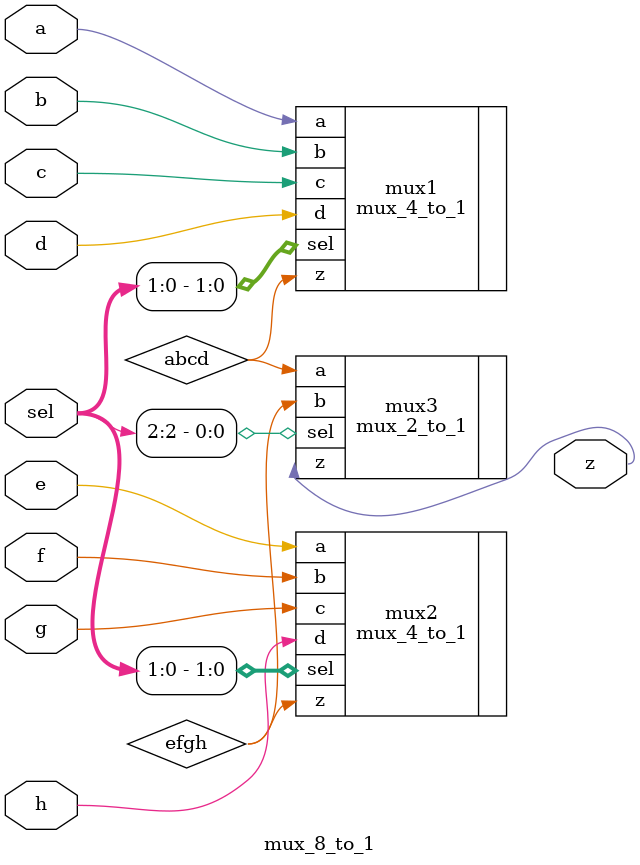
<source format=sv>
module mux_8_to_1 #(
    INPUT_BIT_LENGTH = 1 //number of bits being inputted into each mux input
) (
    input wire [(INPUT_BIT_LENGTH > 0) ? INPUT_BIT_LENGTH-1 : 0 : 0] a,
    input wire [(INPUT_BIT_LENGTH > 0) ? INPUT_BIT_LENGTH-1 : 0 : 0] b,
    input wire [(INPUT_BIT_LENGTH > 0) ? INPUT_BIT_LENGTH-1 : 0 : 0] c,
    input wire [(INPUT_BIT_LENGTH > 0) ? INPUT_BIT_LENGTH-1 : 0 : 0] d,
    input wire [(INPUT_BIT_LENGTH > 0) ? INPUT_BIT_LENGTH-1 : 0 : 0] e,
    input wire [(INPUT_BIT_LENGTH > 0) ? INPUT_BIT_LENGTH-1 : 0 : 0] f,
    input wire [(INPUT_BIT_LENGTH > 0) ? INPUT_BIT_LENGTH-1 : 0 : 0] g,
    input wire [(INPUT_BIT_LENGTH > 0) ? INPUT_BIT_LENGTH-1 : 0 : 0] h,

    input wire [2 : 0] sel,
    output wire [(INPUT_BIT_LENGTH > 0) ? INPUT_BIT_LENGTH-1 : 0 : 0] z
);

wire [(INPUT_BIT_LENGTH > 0) ? INPUT_BIT_LENGTH-1 : 0 : 0] abcd;
wire [(INPUT_BIT_LENGTH > 0) ? INPUT_BIT_LENGTH-1 : 0 : 0] efgh;

mux_4_to_1 #(
        .INPUT_BIT_LENGTH(INPUT_BIT_LENGTH)
    )
    mux1 (
        .a(a), 
        .b(b),
        .c(c),
        .d(d), 
        .sel(sel[1:0]),
        .z(abcd)
    );

mux_4_to_1 #(
        .INPUT_BIT_LENGTH(INPUT_BIT_LENGTH)
    ) mux2 (
        .a(e), 
        .b(f),
        .c(g),
        .d(h), 
        .sel(sel[1:0]),
        .z(efgh)
    );

mux_2_to_1 #(
        .INPUT_BIT_LENGTH(INPUT_BIT_LENGTH)
    )
    mux3 (
        .a(abcd), 
        .b(efgh), 
        .sel(sel[2]),
        .z(z)
    );

endmodule
</source>
